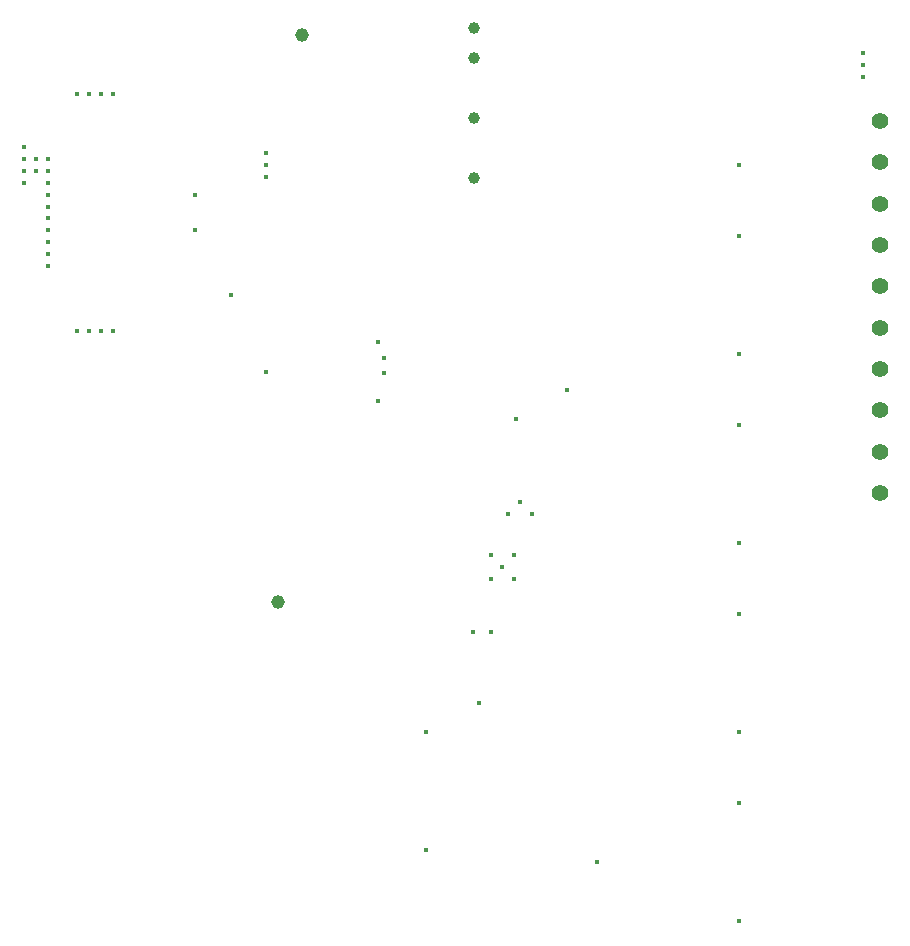
<source format=gbr>
%TF.GenerationSoftware,KiCad,Pcbnew,9.0.2*%
%TF.CreationDate,2025-06-09T15:42:41+03:00*%
%TF.ProjectId,PMCNV-AI4T,504d434e-562d-4414-9934-542e6b696361,rev?*%
%TF.SameCoordinates,Original*%
%TF.FileFunction,Plated,1,2,PTH,Drill*%
%TF.FilePolarity,Positive*%
%FSLAX46Y46*%
G04 Gerber Fmt 4.6, Leading zero omitted, Abs format (unit mm)*
G04 Created by KiCad (PCBNEW 9.0.2) date 2025-06-09 15:42:41*
%MOMM*%
%LPD*%
G01*
G04 APERTURE LIST*
%TA.AperFunction,ViaDrill*%
%ADD10C,0.400000*%
%TD*%
%TA.AperFunction,ComponentDrill*%
%ADD11C,1.000000*%
%TD*%
%TA.AperFunction,ComponentDrill*%
%ADD12C,1.150000*%
%TD*%
%TA.AperFunction,ComponentDrill*%
%ADD13C,1.400000*%
%TD*%
G04 APERTURE END LIST*
D10*
X-37500000Y35500000D03*
X-37500000Y34500000D03*
X-37500000Y33500000D03*
X-37500000Y32500000D03*
X-36500000Y34500000D03*
X-36500000Y33499996D03*
X-35500000Y34500000D03*
X-35500000Y33499996D03*
X-35500000Y32500000D03*
X-35500000Y31500000D03*
X-35500000Y30500000D03*
X-35500000Y29500000D03*
X-35500000Y28500000D03*
X-35500000Y27500000D03*
X-35500000Y26500000D03*
X-35500000Y25500000D03*
X-33000000Y40000000D03*
X-33000000Y20000000D03*
X-32000000Y40000000D03*
X-32000000Y20000000D03*
X-31000000Y40000000D03*
X-31000000Y20000000D03*
X-30000000Y40000000D03*
X-30000000Y20000000D03*
X-23000000Y31500000D03*
X-23000000Y28500000D03*
X-20000000Y23000000D03*
X-17000000Y35000000D03*
X-17000000Y34000000D03*
X-17000000Y33000000D03*
X-17000000Y16500000D03*
X-7500000Y19000000D03*
X-7500000Y14000000D03*
X-7000000Y17635000D03*
X-7000000Y16365000D03*
X-3500000Y-14000000D03*
X-3500000Y-24000000D03*
X500000Y-5500000D03*
X1000000Y-11500000D03*
X2000000Y1000000D03*
X2000000Y-1000000D03*
X2000000Y-5500000D03*
X3000000Y0D03*
X3500000Y4500000D03*
X4000000Y1000000D03*
X4000000Y-1000000D03*
X4174000Y12500000D03*
X4500000Y5500000D03*
X5500000Y4500000D03*
X8500000Y15000000D03*
X11000000Y-25000000D03*
X23000000Y34000000D03*
X23000000Y28000000D03*
X23000000Y18000000D03*
X23000000Y12000000D03*
X23000000Y2000000D03*
X23000000Y-4000000D03*
X23000000Y-14000000D03*
X23000000Y-20000000D03*
X23000000Y-30000000D03*
X33500000Y43500000D03*
X33500000Y42500000D03*
X33500000Y41500000D03*
D11*
%TO.C,PS1*%
X625000Y45615000D03*
X625000Y43075000D03*
X625000Y37995000D03*
X625000Y32915000D03*
D12*
%TO.C,U5*%
X-16000000Y-3000000D03*
%TO.C,U4*%
X-14000000Y45000000D03*
D13*
%TO.C,J1*%
X35000000Y37750000D03*
X35000000Y34250000D03*
X35000000Y30750000D03*
X35000000Y27250000D03*
X35000000Y23750000D03*
X35000000Y20250000D03*
X35000000Y16750000D03*
X35000000Y13250000D03*
X35000000Y9750000D03*
X35000000Y6250000D03*
M02*

</source>
